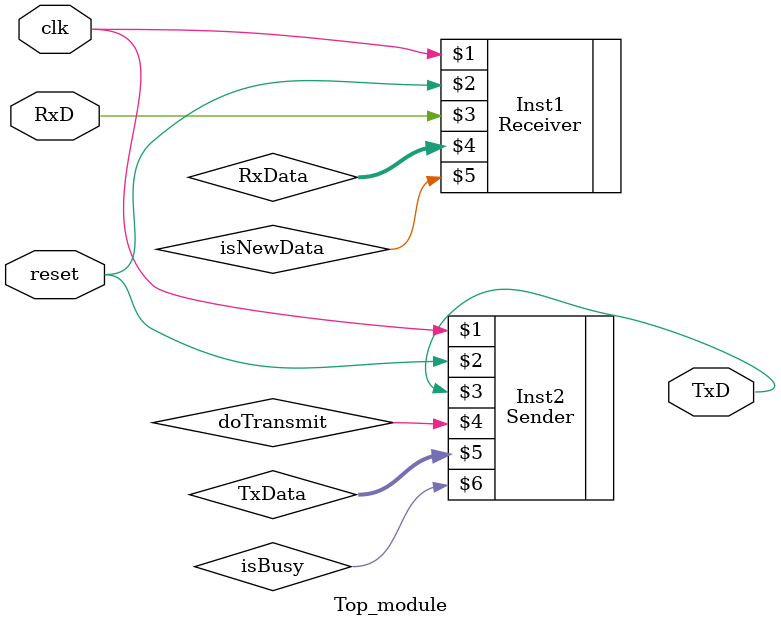
<source format=sv>
`timescale 1ns / 1ps


module Top_module(RxD, TxD, clk, reset);

input RxD;
input clk;
input reset;
output logic TxD;


//Internal Variables for Top Module
logic [7:0]RxData;
logic isNewData;
logic doTransmit;
logic isBusy;
logic [7:0]TxData;

//Calling UART Reciver for recieving
Receiver Inst1(

    clk,  //input clock
    reset,  //input reset 
    RxD,  //input receving data line
    RxData,  // output for 8 bits data
    isNewData  //changes value 
);

//Calling UART Sender for Sending 
Sender Inst2(
    clk, //input clock
    reset,//input reset
    TxD, //output data line
    doTransmit, //input signal for start transmitting
    TxData, //input 8 bit data
    isBusy //currently port is busy
);





endmodule

</source>
